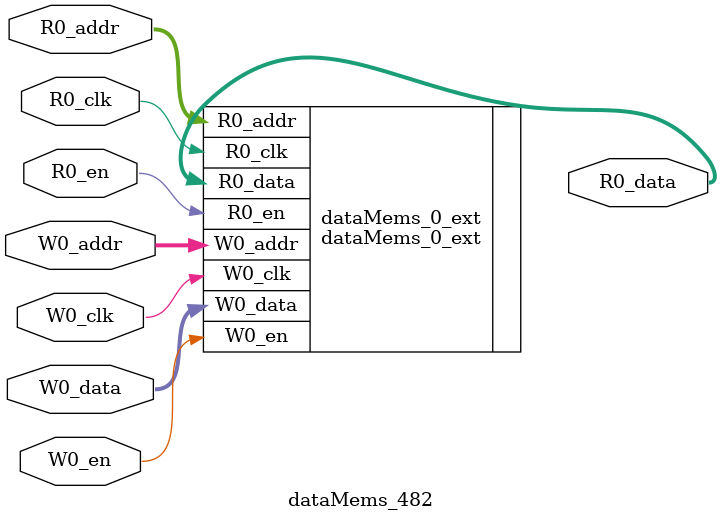
<source format=sv>
`ifndef RANDOMIZE
  `ifdef RANDOMIZE_REG_INIT
    `define RANDOMIZE
  `endif // RANDOMIZE_REG_INIT
`endif // not def RANDOMIZE
`ifndef RANDOMIZE
  `ifdef RANDOMIZE_MEM_INIT
    `define RANDOMIZE
  `endif // RANDOMIZE_MEM_INIT
`endif // not def RANDOMIZE

`ifndef RANDOM
  `define RANDOM $random
`endif // not def RANDOM

// Users can define 'PRINTF_COND' to add an extra gate to prints.
`ifndef PRINTF_COND_
  `ifdef PRINTF_COND
    `define PRINTF_COND_ (`PRINTF_COND)
  `else  // PRINTF_COND
    `define PRINTF_COND_ 1
  `endif // PRINTF_COND
`endif // not def PRINTF_COND_

// Users can define 'ASSERT_VERBOSE_COND' to add an extra gate to assert error printing.
`ifndef ASSERT_VERBOSE_COND_
  `ifdef ASSERT_VERBOSE_COND
    `define ASSERT_VERBOSE_COND_ (`ASSERT_VERBOSE_COND)
  `else  // ASSERT_VERBOSE_COND
    `define ASSERT_VERBOSE_COND_ 1
  `endif // ASSERT_VERBOSE_COND
`endif // not def ASSERT_VERBOSE_COND_

// Users can define 'STOP_COND' to add an extra gate to stop conditions.
`ifndef STOP_COND_
  `ifdef STOP_COND
    `define STOP_COND_ (`STOP_COND)
  `else  // STOP_COND
    `define STOP_COND_ 1
  `endif // STOP_COND
`endif // not def STOP_COND_

// Users can define INIT_RANDOM as general code that gets injected into the
// initializer block for modules with registers.
`ifndef INIT_RANDOM
  `define INIT_RANDOM
`endif // not def INIT_RANDOM

// If using random initialization, you can also define RANDOMIZE_DELAY to
// customize the delay used, otherwise 0.002 is used.
`ifndef RANDOMIZE_DELAY
  `define RANDOMIZE_DELAY 0.002
`endif // not def RANDOMIZE_DELAY

// Define INIT_RANDOM_PROLOG_ for use in our modules below.
`ifndef INIT_RANDOM_PROLOG_
  `ifdef RANDOMIZE
    `ifdef VERILATOR
      `define INIT_RANDOM_PROLOG_ `INIT_RANDOM
    `else  // VERILATOR
      `define INIT_RANDOM_PROLOG_ `INIT_RANDOM #`RANDOMIZE_DELAY begin end
    `endif // VERILATOR
  `else  // RANDOMIZE
    `define INIT_RANDOM_PROLOG_
  `endif // RANDOMIZE
`endif // not def INIT_RANDOM_PROLOG_

// Include register initializers in init blocks unless synthesis is set
`ifndef SYNTHESIS
  `ifndef ENABLE_INITIAL_REG_
    `define ENABLE_INITIAL_REG_
  `endif // not def ENABLE_INITIAL_REG_
`endif // not def SYNTHESIS

// Include rmemory initializers in init blocks unless synthesis is set
`ifndef SYNTHESIS
  `ifndef ENABLE_INITIAL_MEM_
    `define ENABLE_INITIAL_MEM_
  `endif // not def ENABLE_INITIAL_MEM_
`endif // not def SYNTHESIS

module dataMems_482(	// @[generators/ara/src/main/scala/UnsafeAXI4ToTL.scala:365:62]
  input  [4:0]  R0_addr,
  input         R0_en,
  input         R0_clk,
  output [66:0] R0_data,
  input  [4:0]  W0_addr,
  input         W0_en,
  input         W0_clk,
  input  [66:0] W0_data
);

  dataMems_0_ext dataMems_0_ext (	// @[generators/ara/src/main/scala/UnsafeAXI4ToTL.scala:365:62]
    .R0_addr (R0_addr),
    .R0_en   (R0_en),
    .R0_clk  (R0_clk),
    .R0_data (R0_data),
    .W0_addr (W0_addr),
    .W0_en   (W0_en),
    .W0_clk  (W0_clk),
    .W0_data (W0_data)
  );
endmodule


</source>
